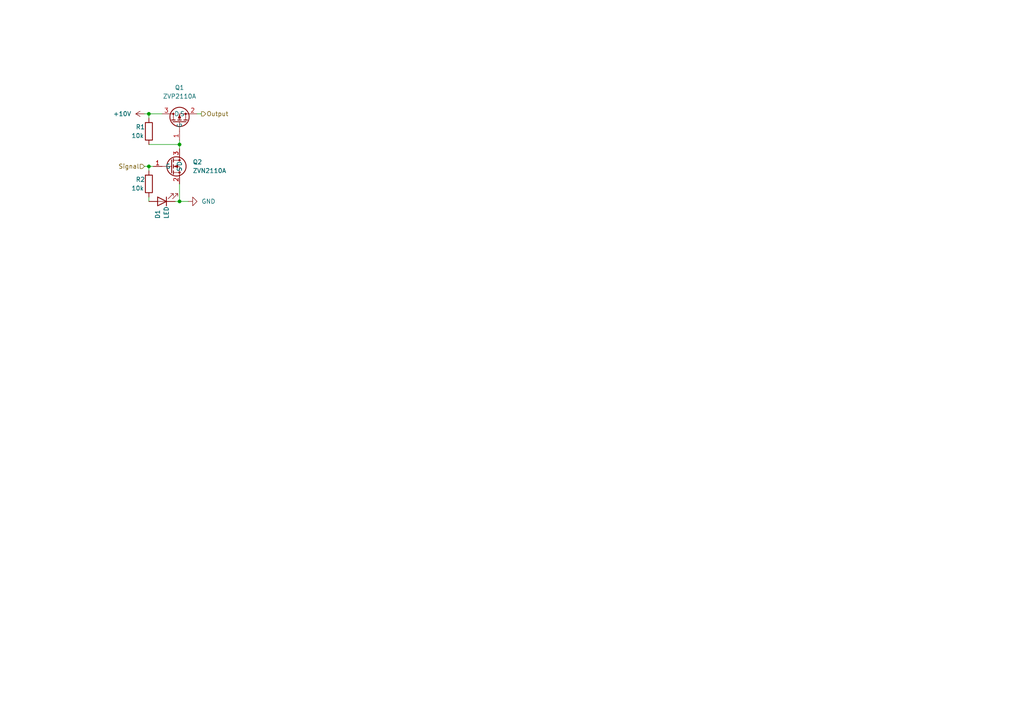
<source format=kicad_sch>
(kicad_sch (version 20211123) (generator eeschema)
  (paper "A4")
  (lib_symbols
    (symbol "Custom:ZVN2110A" (pin_names (offset 1.016))
      (property "Reference" "Q" (at 1.27 5.08 0))
      (property "Value" "ZVN2110A" (at 0 -3.81 0))
      (symbol "ZVN2110A_0_1"
        (polyline (pts (xy -1.778 0) (xy -1.778 1.778)))
        (polyline (pts (xy 1.778 0) (xy 1.778 1.778)))
      )
      (symbol "ZVN2110A_1_1"
        (circle (center -1.778 0) (radius 0.254) (fill (type outline)))
        (polyline (pts (xy -1.27 1.778) (xy -2.286 1.778)) (stroke (width 0.254)))
        (polyline (pts (xy 0 2.286) (xy 0 5.08)))
        (polyline (pts (xy 0.508 1.778) (xy -0.508 1.778)) (stroke (width 0.254)))
        (polyline (pts (xy 1.905 2.286) (xy -1.905 2.286)) (stroke (width 0.254)))
        (polyline (pts (xy 2.286 1.778) (xy 1.27 1.778)) (stroke (width 0.254)))
        (polyline (pts (xy 2.54 0) (xy 1.778 0)))
        (polyline (pts (xy -2.54 0) (xy 0 0) (xy 0 1.778)))
        (polyline (pts (xy 0 1.524) (xy 0.381 0.508) (xy -0.381 0.508) (xy 0 1.524)) (fill (type outline)))
        (circle (center 0 0.889) (radius 2.794) (stroke (width 0.254)))
        (circle (center 1.778 0) (radius 0.254) (fill (type outline)))
        (pin input line (at 0 7.62 270) (length 2.54) (name "G") (number "1"))
        (pin passive line (at -5.08 0 0) (length 2.54) (name "S") (number "2"))
        (pin passive line (at 5.08 0 180) (length 2.54) (name "D") (number "3"))
      )
    )
    (symbol "Custom:ZVP2110A" (pin_names (offset 1.016))
      (property "Reference" "Q" (at 1.27 5.08 0))
      (property "Value" "ZVP2110A" (at 0 -3.81 0))
      (symbol "ZVP2110A_0_1"
        (polyline (pts (xy -1.778 0) (xy -1.778 1.778)))
        (polyline (pts (xy 1.778 0) (xy 1.778 1.778)))
      )
      (symbol "ZVP2110A_1_1"
        (circle (center -1.778 0) (radius 0.254) (fill (type outline)))
        (polyline (pts (xy -1.27 1.778) (xy -2.286 1.778)) (stroke (width 0.254)))
        (polyline (pts (xy 0 2.286) (xy 0 5.08)))
        (polyline (pts (xy 0.508 1.778) (xy -0.508 1.778)) (stroke (width 0.254)))
        (polyline (pts (xy 1.905 2.286) (xy -1.905 2.286)) (stroke (width 0.254)))
        (polyline (pts (xy 2.286 1.778) (xy 1.27 1.778)) (stroke (width 0.254)))
        (polyline (pts (xy 2.54 0) (xy 1.778 0)))
        (polyline (pts (xy -2.54 0) (xy 0 0) (xy 0 1.778)))
        (polyline (pts (xy 0 0.254) (xy -0.381 1.27) (xy 0.381 1.27) (xy 0 0.254)) (fill (type outline)))
        (circle (center 0 0.889) (radius 2.794) (stroke (width 0.254)))
        (circle (center 1.778 0) (radius 0.254) (fill (type outline)))
        (pin input line (at 0 7.62 270) (length 2.54) (name "G") (number "1"))
        (pin passive line (at -5.08 0 0) (length 2.54) (name "S") (number "2"))
        (pin passive line (at 5.08 0 180) (length 2.54) (name "D") (number "3"))
      )
    )
    (symbol "Device:LED" (pin_numbers hide) (pin_names (offset 1.016) hide)
      (property "Reference" "D" (at 0 2.54 0))
      (property "Value" "LED" (at 0 -2.54 0))
      (symbol "LED_0_1"
        (polyline (pts (xy -1.27 -1.27) (xy -1.27 1.27)) (stroke (width 0.254)))
        (polyline (pts (xy -1.27 0) (xy 1.27 0)))
        (polyline (pts (xy 1.27 -1.27) (xy 1.27 1.27) (xy -1.27 0) (xy 1.27 -1.27)) (stroke (width 0.254)))
        (polyline (pts (xy -3.048 -0.762) (xy -4.572 -2.286) (xy -3.81 -2.286) (xy -4.572 -2.286) (xy -4.572 -1.524)))
        (polyline (pts (xy -1.778 -0.762) (xy -3.302 -2.286) (xy -2.54 -2.286) (xy -3.302 -2.286) (xy -3.302 -1.524)))
      )
      (symbol "LED_1_1"
        (pin passive line (at -3.81 0 0) (length 2.54) (name "K") (number "1"))
        (pin passive line (at 3.81 0 180) (length 2.54) (name "A") (number "2"))
      )
    )
    (symbol "Device:R" (pin_numbers hide) (pin_names (offset 0))
      (property "Reference" "R" (at 2.032 0 90))
      (property "Value" "R" (at 0 0 90))
      (symbol "R_0_1"
        (rectangle (start -1.016 -2.54) (end 1.016 2.54) (stroke (width 0.254)))
      )
      (symbol "R_1_1"
        (pin passive line (at 0 3.81 270) (length 1.27) (name "~") (number "1"))
        (pin passive line (at 0 -3.81 90) (length 1.27) (name "~") (number "2"))
      )
    )
    (symbol "power:+10V" (power) (pin_names (offset 0))
      (property "Value" "+10V" (at 0 3.556 0))
      (symbol "+10V_0_1"
        (polyline (pts (xy -0.762 1.27) (xy 0 2.54)))
        (polyline (pts (xy 0 0) (xy 0 2.54)))
        (polyline (pts (xy 0 2.54) (xy 0.762 1.27)))
      )
      (symbol "+10V_1_1"
        (pin power_in line (at 0 0 90) (length 0) hide (name "+10V") (number "1"))
      )
    )
    (symbol "power:GND" (power) (pin_names (offset 0))
      (property "Value" "GND" (at 0 -3.81 0))
      (symbol "GND_0_1"
        (polyline (pts (xy 0 0) (xy 0 -1.27) (xy 1.27 -1.27) (xy 0 -2.54) (xy -1.27 -1.27) (xy 0 -1.27)))
      )
      (symbol "GND_1_1"
        (pin power_in line (at 0 0 270) (length 0) hide (name "GND") (number "1"))
      )
    )
  )
  (junction (at 43.18 48.26))
  (junction (at 52.07 41.91))
  (junction (at 43.18 33.02))
  (junction (at 52.07 58.42))
  (wire (pts (xy 43.18 33.02) (xy 46.99 33.02)))
  (wire (pts (xy 52.07 53.34) (xy 52.07 58.42)))
  (wire (pts (xy 41.91 48.26) (xy 43.18 48.26)))
  (wire (pts (xy 52.07 41.91) (xy 52.07 40.64)))
  (wire (pts (xy 52.07 58.42) (xy 50.8 58.42)))
  (wire (pts (xy 43.18 58.42) (xy 43.18 57.15)))
  (wire (pts (xy 41.91 33.02) (xy 43.18 33.02)))
  (wire (pts (xy 54.61 58.42) (xy 52.07 58.42)))
  (wire (pts (xy 58.42 33.02) (xy 57.15 33.02)))
  (wire (pts (xy 43.18 48.26) (xy 43.18 49.53)))
  (wire (pts (xy 43.18 41.91) (xy 52.07 41.91)))
  (wire (pts (xy 43.18 48.26) (xy 44.45 48.26)))
  (wire (pts (xy 52.07 41.91) (xy 52.07 43.18)))
  (wire (pts (xy 43.18 34.29) (xy 43.18 33.02)))
  (hierarchical_label "Signal" (shape input) (at 41.91 48.26 180))
  (hierarchical_label "Output" (shape output) (at 58.42 33.02 0))
  (symbol (lib_id "power:+10V") (at 41.91 33.02 90) (unit 1)
    (property "Reference" "#PWR0104" (effects hide))
    (property "Value" "+10V" (at 38.1 33.0199 90) (effects (justify left)))
  )
  (symbol (lib_id "Custom:ZVP2110A") (at 52.07 33.02 180) (unit 1)
    (property "Reference" "Q1" (at 52.07 25.4 0))
    (property "Value" "ZVP2110A" (at 52.07 27.94 0))
    (property "Footprint" "CustomFP:ZV-X-2110A" (effects hide))
    (property "Datasheet" "http://www.redrok.com/MOSFET_ZVN2110A_100V_320mA_4O_Vth2.4_TO-92_ELine.pdf" (effects hide))
  )
  (symbol (lib_id "Device:LED") (at 46.99 58.42 180) (unit 1)
    (property "Reference" "D1" (at 45.72 63.5 90) (effects (justify right)))
    (property "Value" "LED" (at 48.26 63.5 90) (effects (justify right)))
    (property "Footprint" "LED_THT:LED_D3.0mm" (effects hide))
  )
  (symbol (lib_id "Device:R") (at 43.18 53.34 0) (unit 1)
    (property "Reference" "R2" (at 39.37 52.07 0) (effects (justify left)))
    (property "Value" "10k" (at 38.1 54.61 0) (effects (justify left)))
    (property "Footprint" "Resistor_THT:R_Axial_DIN0309_L9.0mm_D3.2mm_P15.24mm_Horizontal" (effects hide))
  )
  (symbol (lib_id "Custom:ZVN2110A") (at 52.07 48.26 90) (unit 1)
    (property "Reference" "Q2" (at 55.88 46.9899 90) (effects (justify right)))
    (property "Value" "ZVN2110A" (at 55.88 49.5299 90) (effects (justify right)))
    (property "Footprint" "CustomFP:ZV-X-2110A" (effects hide))
    (property "Datasheet" "http://www.redrok.com/MOSFET_ZVN2110A_100V_320mA_4O_Vth2.4_TO-92_ELine.pdf" (effects hide))
  )
  (symbol (lib_id "power:GND") (at 54.61 58.42 90) (unit 1)
    (property "Reference" "#PWR0103" (effects hide))
    (property "Value" "GND" (at 58.42 58.4199 90) (effects (justify right)))
  )
  (symbol (lib_id "Device:R") (at 43.18 38.1 0) (unit 1)
    (property "Reference" "R1" (at 39.37 36.83 0) (effects (justify left)))
    (property "Value" "10k" (at 38.1 39.37 0) (effects (justify left)))
    (property "Footprint" "Resistor_THT:R_Axial_DIN0309_L9.0mm_D3.2mm_P15.24mm_Horizontal" (effects hide))
  )
)
</source>
